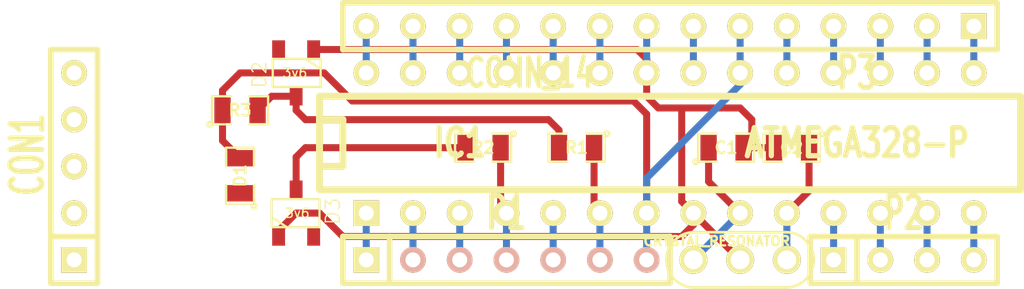
<source format=kicad_pcb>
(kicad_pcb (version 3) (host pcbnew "(2013-dec-23)-stable")

  (general
    (links 47)
    (no_connects 4)
    (area 0 0 0 0)
    (thickness 1.6)
    (drawings 0)
    (tracks 81)
    (zones 0)
    (modules 14)
    (nets 30)
  )

  (page A3)
  (layers
    (15 F.Cu signal)
    (0 B.Cu signal)
    (16 B.Adhes user)
    (17 F.Adhes user)
    (18 B.Paste user)
    (19 F.Paste user)
    (20 B.SilkS user)
    (21 F.SilkS user)
    (22 B.Mask user)
    (23 F.Mask user)
    (24 Dwgs.User user)
    (25 Cmts.User user)
    (26 Eco1.User user)
    (27 Eco2.User user)
    (28 Edge.Cuts user)
  )

  (setup
    (last_trace_width 0.381)
    (trace_clearance 0.3048)
    (zone_clearance 0.508)
    (zone_45_only no)
    (trace_min 0.254)
    (segment_width 0.2)
    (edge_width 0.1)
    (via_size 0.889)
    (via_drill 0.635)
    (via_min_size 0.889)
    (via_min_drill 0.508)
    (uvia_size 0.508)
    (uvia_drill 0.127)
    (uvias_allowed no)
    (uvia_min_size 0.508)
    (uvia_min_drill 0.127)
    (pcb_text_width 0.3)
    (pcb_text_size 1.5 1.5)
    (mod_edge_width 0.15)
    (mod_text_size 1 1)
    (mod_text_width 0.15)
    (pad_size 0.70104 1.00076)
    (pad_drill 0)
    (pad_to_mask_clearance 0)
    (aux_axis_origin 0 0)
    (visible_elements FFFFFFBF)
    (pcbplotparams
      (layerselection 3178497)
      (usegerberextensions true)
      (excludeedgelayer true)
      (linewidth 0.150000)
      (plotframeref false)
      (viasonmask false)
      (mode 1)
      (useauxorigin false)
      (hpglpennumber 1)
      (hpglpenspeed 20)
      (hpglpendiameter 15)
      (hpglpenoverlay 2)
      (psnegative false)
      (psa4output false)
      (plotreference true)
      (plotvalue true)
      (plotothertext true)
      (plotinvisibletext false)
      (padsonsilk false)
      (subtractmaskfromsilk false)
      (outputformat 1)
      (mirror false)
      (drillshape 1)
      (scaleselection 1)
      (outputdirectory ""))
  )

  (net 0 "")
  (net 1 /1)
  (net 2 /10)
  (net 3 /11)
  (net 4 /12)
  (net 5 /13)
  (net 6 /14)
  (net 7 /15)
  (net 8 /16)
  (net 9 /17)
  (net 10 /18)
  (net 11 /19)
  (net 12 /2)
  (net 13 /21)
  (net 14 /23)
  (net 15 /24)
  (net 16 /25)
  (net 17 /26)
  (net 18 /27)
  (net 19 /28)
  (net 20 /3)
  (net 21 /4)
  (net 22 /5)
  (net 23 /6)
  (net 24 /9)
  (net 25 /D+)
  (net 26 /D-)
  (net 27 /VBUS)
  (net 28 GND)
  (net 29 VCC)

  (net_class Default "This is the default net class."
    (clearance 0.3048)
    (trace_width 0.381)
    (via_dia 0.889)
    (via_drill 0.635)
    (uvia_dia 0.508)
    (uvia_drill 0.127)
    (add_net "")
    (add_net /1)
    (add_net /10)
    (add_net /11)
    (add_net /12)
    (add_net /13)
    (add_net /14)
    (add_net /15)
    (add_net /16)
    (add_net /17)
    (add_net /18)
    (add_net /19)
    (add_net /2)
    (add_net /21)
    (add_net /23)
    (add_net /24)
    (add_net /25)
    (add_net /26)
    (add_net /27)
    (add_net /28)
    (add_net /3)
    (add_net /4)
    (add_net /5)
    (add_net /6)
    (add_net /9)
    (add_net /D+)
    (add_net /D-)
    (add_net /VBUS)
    (add_net GND)
    (add_net VCC)
  )

  (module SOT23 (layer F.Cu) (tedit 537EAA7A) (tstamp 537EB3D4)
    (at 33.02 35.56)
    (tags SOT23)
    (path /537EA3C3)
    (fp_text reference D3 (at 1.99898 -0.09906 90) (layer F.SilkS)
      (effects (font (size 0.762 0.762) (thickness 0.0762)))
    )
    (fp_text value 3v6 (at 0.0635 0) (layer F.SilkS)
      (effects (font (size 0.50038 0.50038) (thickness 0.0762)))
    )
    (fp_line (start -0.508 0.762) (end -1.27 0.254) (layer F.SilkS) (width 0.127))
    (fp_line (start 1.27 0.762) (end -1.3335 0.762) (layer F.SilkS) (width 0.127))
    (fp_line (start -1.3335 0.762) (end -1.3335 -0.762) (layer F.SilkS) (width 0.127))
    (fp_line (start -1.3335 -0.762) (end 1.27 -0.762) (layer F.SilkS) (width 0.127))
    (fp_line (start 1.27 -0.762) (end 1.27 0.762) (layer F.SilkS) (width 0.127))
    (pad 2 smd rect (at 0 -1.27) (size 0.70104 1.00076)
      (layers F.Cu F.Paste F.Mask)
      (net 25 /D+)
    )
    (pad 3 smd rect (at 0.9525 1.27) (size 0.70104 1.00076)
      (layers F.Cu F.Paste F.Mask)
    )
    (pad 1 smd rect (at -0.9525 1.27) (size 0.70104 1.00076)
      (layers F.Cu F.Paste F.Mask)
      (net 28 GND)
    )
    (model smd/SOT23_6.wrl
      (at (xyz 0 0 0))
      (scale (xyz 0.11 0.11 0.11))
      (rotate (xyz 0 0 -180))
    )
  )

  (module SOT23 (layer F.Cu) (tedit 537EAA65) (tstamp 537EB3C8)
    (at 33.02 27.94 180)
    (tags SOT23)
    (path /537EA3B6)
    (fp_text reference D2 (at 1.99898 -0.09906 270) (layer F.SilkS)
      (effects (font (size 0.762 0.762) (thickness 0.0762)))
    )
    (fp_text value 3v6 (at 0.0635 0 180) (layer F.SilkS)
      (effects (font (size 0.50038 0.50038) (thickness 0.0762)))
    )
    (fp_line (start -0.508 0.762) (end -1.27 0.254) (layer F.SilkS) (width 0.127))
    (fp_line (start 1.27 0.762) (end -1.3335 0.762) (layer F.SilkS) (width 0.127))
    (fp_line (start -1.3335 0.762) (end -1.3335 -0.762) (layer F.SilkS) (width 0.127))
    (fp_line (start -1.3335 -0.762) (end 1.27 -0.762) (layer F.SilkS) (width 0.127))
    (fp_line (start 1.27 -0.762) (end 1.27 0.762) (layer F.SilkS) (width 0.127))
    (pad 2 smd rect (at 0 -1.27 180) (size 0.70104 1.00076)
      (layers F.Cu F.Paste F.Mask)
      (net 26 /D-)
    )
    (pad 3 smd rect (at 0.9525 1.27 180) (size 0.70104 1.00076)
      (layers F.Cu F.Paste F.Mask)
    )
    (pad 1 smd rect (at -0.9525 1.27 180) (size 0.70104 1.00076)
      (layers F.Cu F.Paste F.Mask)
      (net 28 GND)
    )
    (model smd/SOT23_6.wrl
      (at (xyz 0 0 0))
      (scale (xyz 0.11 0.11 0.11))
      (rotate (xyz 0 0 -180))
    )
  )

  (module SM0805 (layer F.Cu) (tedit 42806E04) (tstamp 537EB3E1)
    (at 29.972 33.528 90)
    (path /537EA391)
    (attr smd)
    (fp_text reference D1 (at 0 0 90) (layer F.SilkS)
      (effects (font (size 0.635 0.635) (thickness 0.127)))
    )
    (fp_text value DIODE (at 0 0 90) (layer F.SilkS) hide
      (effects (font (size 0.635 0.635) (thickness 0.127)))
    )
    (fp_circle (center -1.651 0.762) (end -1.651 0.635) (layer F.SilkS) (width 0.127))
    (fp_line (start -0.508 0.762) (end -1.524 0.762) (layer F.SilkS) (width 0.127))
    (fp_line (start -1.524 0.762) (end -1.524 -0.762) (layer F.SilkS) (width 0.127))
    (fp_line (start -1.524 -0.762) (end -0.508 -0.762) (layer F.SilkS) (width 0.127))
    (fp_line (start 0.508 -0.762) (end 1.524 -0.762) (layer F.SilkS) (width 0.127))
    (fp_line (start 1.524 -0.762) (end 1.524 0.762) (layer F.SilkS) (width 0.127))
    (fp_line (start 1.524 0.762) (end 0.508 0.762) (layer F.SilkS) (width 0.127))
    (pad 1 smd rect (at -0.9525 0 90) (size 0.889 1.397)
      (layers F.Cu F.Paste F.Mask)
      (net 27 /VBUS)
    )
    (pad 2 smd rect (at 0.9525 0 90) (size 0.889 1.397)
      (layers F.Cu F.Paste F.Mask)
      (net 29 VCC)
    )
    (model smd/chip_cms.wrl
      (at (xyz 0 0 0))
      (scale (xyz 0.1 0.1 0.1))
      (rotate (xyz 0 0 0))
    )
  )

  (module SM0805 (layer F.Cu) (tedit 42806E04) (tstamp 537EB3EE)
    (at 48.26 32.004 180)
    (path /537EA3F3)
    (attr smd)
    (fp_text reference R1 (at 0 0 180) (layer F.SilkS)
      (effects (font (size 0.635 0.635) (thickness 0.127)))
    )
    (fp_text value 68 (at 0 0 180) (layer F.SilkS) hide
      (effects (font (size 0.635 0.635) (thickness 0.127)))
    )
    (fp_circle (center -1.651 0.762) (end -1.651 0.635) (layer F.SilkS) (width 0.127))
    (fp_line (start -0.508 0.762) (end -1.524 0.762) (layer F.SilkS) (width 0.127))
    (fp_line (start -1.524 0.762) (end -1.524 -0.762) (layer F.SilkS) (width 0.127))
    (fp_line (start -1.524 -0.762) (end -0.508 -0.762) (layer F.SilkS) (width 0.127))
    (fp_line (start 0.508 -0.762) (end 1.524 -0.762) (layer F.SilkS) (width 0.127))
    (fp_line (start 1.524 -0.762) (end 1.524 0.762) (layer F.SilkS) (width 0.127))
    (fp_line (start 1.524 0.762) (end 0.508 0.762) (layer F.SilkS) (width 0.127))
    (pad 1 smd rect (at -0.9525 0 180) (size 0.889 1.397)
      (layers F.Cu F.Paste F.Mask)
      (net 23 /6)
    )
    (pad 2 smd rect (at 0.9525 0 180) (size 0.889 1.397)
      (layers F.Cu F.Paste F.Mask)
      (net 26 /D-)
    )
    (model smd/chip_cms.wrl
      (at (xyz 0 0 0))
      (scale (xyz 0.1 0.1 0.1))
      (rotate (xyz 0 0 0))
    )
  )

  (module SM0805 (layer F.Cu) (tedit 42806E04) (tstamp 537EB3FB)
    (at 43.18 32.004 180)
    (path /537EA40F)
    (attr smd)
    (fp_text reference R2 (at 0 0 180) (layer F.SilkS)
      (effects (font (size 0.635 0.635) (thickness 0.127)))
    )
    (fp_text value 68 (at 0 0 180) (layer F.SilkS) hide
      (effects (font (size 0.635 0.635) (thickness 0.127)))
    )
    (fp_circle (center -1.651 0.762) (end -1.651 0.635) (layer F.SilkS) (width 0.127))
    (fp_line (start -0.508 0.762) (end -1.524 0.762) (layer F.SilkS) (width 0.127))
    (fp_line (start -1.524 0.762) (end -1.524 -0.762) (layer F.SilkS) (width 0.127))
    (fp_line (start -1.524 -0.762) (end -0.508 -0.762) (layer F.SilkS) (width 0.127))
    (fp_line (start 0.508 -0.762) (end 1.524 -0.762) (layer F.SilkS) (width 0.127))
    (fp_line (start 1.524 -0.762) (end 1.524 0.762) (layer F.SilkS) (width 0.127))
    (fp_line (start 1.524 0.762) (end 0.508 0.762) (layer F.SilkS) (width 0.127))
    (pad 1 smd rect (at -0.9525 0 180) (size 0.889 1.397)
      (layers F.Cu F.Paste F.Mask)
      (net 21 /4)
    )
    (pad 2 smd rect (at 0.9525 0 180) (size 0.889 1.397)
      (layers F.Cu F.Paste F.Mask)
      (net 25 /D+)
    )
    (model smd/chip_cms.wrl
      (at (xyz 0 0 0))
      (scale (xyz 0.1 0.1 0.1))
      (rotate (xyz 0 0 0))
    )
  )

  (module SM0805 (layer F.Cu) (tedit 42806E04) (tstamp 537EB408)
    (at 29.972 29.972)
    (path /537EA428)
    (attr smd)
    (fp_text reference R3 (at 0 0) (layer F.SilkS)
      (effects (font (size 0.635 0.635) (thickness 0.127)))
    )
    (fp_text value R (at 0 0) (layer F.SilkS) hide
      (effects (font (size 0.635 0.635) (thickness 0.127)))
    )
    (fp_circle (center -1.651 0.762) (end -1.651 0.635) (layer F.SilkS) (width 0.127))
    (fp_line (start -0.508 0.762) (end -1.524 0.762) (layer F.SilkS) (width 0.127))
    (fp_line (start -1.524 0.762) (end -1.524 -0.762) (layer F.SilkS) (width 0.127))
    (fp_line (start -1.524 -0.762) (end -0.508 -0.762) (layer F.SilkS) (width 0.127))
    (fp_line (start 0.508 -0.762) (end 1.524 -0.762) (layer F.SilkS) (width 0.127))
    (fp_line (start 1.524 -0.762) (end 1.524 0.762) (layer F.SilkS) (width 0.127))
    (fp_line (start 1.524 0.762) (end 0.508 0.762) (layer F.SilkS) (width 0.127))
    (pad 1 smd rect (at -0.9525 0) (size 0.889 1.397)
      (layers F.Cu F.Paste F.Mask)
      (net 29 VCC)
    )
    (pad 2 smd rect (at 0.9525 0) (size 0.889 1.397)
      (layers F.Cu F.Paste F.Mask)
      (net 26 /D-)
    )
    (model smd/chip_cms.wrl
      (at (xyz 0 0 0))
      (scale (xyz 0.1 0.1 0.1))
      (rotate (xyz 0 0 0))
    )
  )

  (module DIP-28__300 (layer F.Cu) (tedit 200000) (tstamp 537EB45B)
    (at 53.34 31.75)
    (descr "28 pins DIL package, round pads, width 300mil")
    (tags DIL)
    (path /537EA326)
    (fp_text reference IC1 (at -11.43 0) (layer F.SilkS)
      (effects (font (size 1.524 1.143) (thickness 0.3048)))
    )
    (fp_text value ATMEGA328-P (at 10.16 0) (layer F.SilkS)
      (effects (font (size 1.524 1.143) (thickness 0.3048)))
    )
    (fp_line (start -19.05 -2.54) (end 19.05 -2.54) (layer F.SilkS) (width 0.381))
    (fp_line (start 19.05 -2.54) (end 19.05 2.54) (layer F.SilkS) (width 0.381))
    (fp_line (start 19.05 2.54) (end -19.05 2.54) (layer F.SilkS) (width 0.381))
    (fp_line (start -19.05 2.54) (end -19.05 -2.54) (layer F.SilkS) (width 0.381))
    (fp_line (start -19.05 -1.27) (end -17.78 -1.27) (layer F.SilkS) (width 0.381))
    (fp_line (start -17.78 -1.27) (end -17.78 1.27) (layer F.SilkS) (width 0.381))
    (fp_line (start -17.78 1.27) (end -19.05 1.27) (layer F.SilkS) (width 0.381))
    (pad 2 thru_hole circle (at -13.97 3.81) (size 1.397 1.397) (drill 0.8128)
      (layers *.Cu *.Mask F.SilkS)
      (net 12 /2)
    )
    (pad 3 thru_hole circle (at -11.43 3.81) (size 1.397 1.397) (drill 0.8128)
      (layers *.Cu *.Mask F.SilkS)
      (net 20 /3)
    )
    (pad 4 thru_hole circle (at -8.89 3.81) (size 1.397 1.397) (drill 0.8128)
      (layers *.Cu *.Mask F.SilkS)
      (net 21 /4)
    )
    (pad 5 thru_hole circle (at -6.35 3.81) (size 1.397 1.397) (drill 0.8128)
      (layers *.Cu *.Mask F.SilkS)
      (net 22 /5)
    )
    (pad 6 thru_hole circle (at -3.81 3.81) (size 1.397 1.397) (drill 0.8128)
      (layers *.Cu *.Mask F.SilkS)
      (net 23 /6)
    )
    (pad 7 thru_hole circle (at -1.27 3.81) (size 1.397 1.397) (drill 0.8128)
      (layers *.Cu *.Mask F.SilkS)
      (net 29 VCC)
    )
    (pad 8 thru_hole circle (at 1.27 3.81) (size 1.397 1.397) (drill 0.8128)
      (layers *.Cu *.Mask F.SilkS)
      (net 28 GND)
    )
    (pad 9 thru_hole circle (at 3.81 3.81) (size 1.397 1.397) (drill 0.8128)
      (layers *.Cu *.Mask F.SilkS)
      (net 24 /9)
    )
    (pad 10 thru_hole circle (at 6.35 3.81) (size 1.397 1.397) (drill 0.8128)
      (layers *.Cu *.Mask F.SilkS)
      (net 2 /10)
    )
    (pad 11 thru_hole circle (at 8.89 3.81) (size 1.397 1.397) (drill 0.8128)
      (layers *.Cu *.Mask F.SilkS)
      (net 3 /11)
    )
    (pad 12 thru_hole circle (at 11.43 3.81) (size 1.397 1.397) (drill 0.8128)
      (layers *.Cu *.Mask F.SilkS)
      (net 4 /12)
    )
    (pad 13 thru_hole circle (at 13.97 3.81) (size 1.397 1.397) (drill 0.8128)
      (layers *.Cu *.Mask F.SilkS)
      (net 5 /13)
    )
    (pad 14 thru_hole circle (at 16.51 3.81) (size 1.397 1.397) (drill 0.8128)
      (layers *.Cu *.Mask F.SilkS)
      (net 6 /14)
    )
    (pad 1 thru_hole rect (at -16.51 3.81) (size 1.397 1.397) (drill 0.8128)
      (layers *.Cu *.Mask F.SilkS)
      (net 1 /1)
    )
    (pad 15 thru_hole circle (at 16.51 -3.81) (size 1.397 1.397) (drill 0.8128)
      (layers *.Cu *.Mask F.SilkS)
      (net 7 /15)
    )
    (pad 16 thru_hole circle (at 13.97 -3.81) (size 1.397 1.397) (drill 0.8128)
      (layers *.Cu *.Mask F.SilkS)
      (net 8 /16)
    )
    (pad 17 thru_hole circle (at 11.43 -3.81) (size 1.397 1.397) (drill 0.8128)
      (layers *.Cu *.Mask F.SilkS)
      (net 9 /17)
    )
    (pad 18 thru_hole circle (at 8.89 -3.81) (size 1.397 1.397) (drill 0.8128)
      (layers *.Cu *.Mask F.SilkS)
      (net 10 /18)
    )
    (pad 19 thru_hole circle (at 6.35 -3.81) (size 1.397 1.397) (drill 0.8128)
      (layers *.Cu *.Mask F.SilkS)
      (net 11 /19)
    )
    (pad 20 thru_hole circle (at 3.81 -3.81) (size 1.397 1.397) (drill 0.8128)
      (layers *.Cu *.Mask F.SilkS)
      (net 29 VCC)
    )
    (pad 21 thru_hole circle (at 1.27 -3.81) (size 1.397 1.397) (drill 0.8128)
      (layers *.Cu *.Mask F.SilkS)
      (net 13 /21)
    )
    (pad 22 thru_hole circle (at -1.27 -3.81) (size 1.397 1.397) (drill 0.8128)
      (layers *.Cu *.Mask F.SilkS)
      (net 28 GND)
    )
    (pad 23 thru_hole circle (at -3.81 -3.81) (size 1.397 1.397) (drill 0.8128)
      (layers *.Cu *.Mask F.SilkS)
      (net 14 /23)
    )
    (pad 24 thru_hole circle (at -6.35 -3.81) (size 1.397 1.397) (drill 0.8128)
      (layers *.Cu *.Mask F.SilkS)
      (net 15 /24)
    )
    (pad 25 thru_hole circle (at -8.89 -3.81) (size 1.397 1.397) (drill 0.8128)
      (layers *.Cu *.Mask F.SilkS)
      (net 16 /25)
    )
    (pad 26 thru_hole circle (at -11.43 -3.81) (size 1.397 1.397) (drill 0.8128)
      (layers *.Cu *.Mask F.SilkS)
      (net 17 /26)
    )
    (pad 27 thru_hole circle (at -13.97 -3.81) (size 1.397 1.397) (drill 0.8128)
      (layers *.Cu *.Mask F.SilkS)
      (net 18 /27)
    )
    (pad 28 thru_hole circle (at -16.51 -3.81) (size 1.397 1.397) (drill 0.8128)
      (layers *.Cu *.Mask F.SilkS)
      (net 19 /28)
    )
    (model dil/dil_28-w300.wrl
      (at (xyz 0 0 0))
      (scale (xyz 1 1 1))
      (rotate (xyz 0 0 0))
    )
  )

  (module SM0805 (layer F.Cu) (tedit 42806E04) (tstamp 537EB6A0)
    (at 56.388 32.004)
    (path /537EB8B0)
    (attr smd)
    (fp_text reference C1 (at 0 0) (layer F.SilkS)
      (effects (font (size 0.635 0.635) (thickness 0.127)))
    )
    (fp_text value 20pF (at 0 0) (layer F.SilkS) hide
      (effects (font (size 0.635 0.635) (thickness 0.127)))
    )
    (fp_circle (center -1.651 0.762) (end -1.651 0.635) (layer F.SilkS) (width 0.127))
    (fp_line (start -0.508 0.762) (end -1.524 0.762) (layer F.SilkS) (width 0.127))
    (fp_line (start -1.524 0.762) (end -1.524 -0.762) (layer F.SilkS) (width 0.127))
    (fp_line (start -1.524 -0.762) (end -0.508 -0.762) (layer F.SilkS) (width 0.127))
    (fp_line (start 0.508 -0.762) (end 1.524 -0.762) (layer F.SilkS) (width 0.127))
    (fp_line (start 1.524 -0.762) (end 1.524 0.762) (layer F.SilkS) (width 0.127))
    (fp_line (start 1.524 0.762) (end 0.508 0.762) (layer F.SilkS) (width 0.127))
    (pad 1 smd rect (at -0.9525 0) (size 0.889 1.397)
      (layers F.Cu F.Paste F.Mask)
      (net 24 /9)
    )
    (pad 2 smd rect (at 0.9525 0) (size 0.889 1.397)
      (layers F.Cu F.Paste F.Mask)
      (net 28 GND)
    )
    (model smd/chip_cms.wrl
      (at (xyz 0 0 0))
      (scale (xyz 0.1 0.1 0.1))
      (rotate (xyz 0 0 0))
    )
  )

  (module SM0805 (layer F.Cu) (tedit 42806E04) (tstamp 537EB6AD)
    (at 59.944 32.004 180)
    (path /537EB8D0)
    (attr smd)
    (fp_text reference C2 (at 0 0 180) (layer F.SilkS)
      (effects (font (size 0.635 0.635) (thickness 0.127)))
    )
    (fp_text value 20pF (at 0 0 180) (layer F.SilkS) hide
      (effects (font (size 0.635 0.635) (thickness 0.127)))
    )
    (fp_circle (center -1.651 0.762) (end -1.651 0.635) (layer F.SilkS) (width 0.127))
    (fp_line (start -0.508 0.762) (end -1.524 0.762) (layer F.SilkS) (width 0.127))
    (fp_line (start -1.524 0.762) (end -1.524 -0.762) (layer F.SilkS) (width 0.127))
    (fp_line (start -1.524 -0.762) (end -0.508 -0.762) (layer F.SilkS) (width 0.127))
    (fp_line (start 0.508 -0.762) (end 1.524 -0.762) (layer F.SilkS) (width 0.127))
    (fp_line (start 1.524 -0.762) (end 1.524 0.762) (layer F.SilkS) (width 0.127))
    (fp_line (start 1.524 0.762) (end 0.508 0.762) (layer F.SilkS) (width 0.127))
    (pad 1 smd rect (at -0.9525 0 180) (size 0.889 1.397)
      (layers F.Cu F.Paste F.Mask)
      (net 2 /10)
    )
    (pad 2 smd rect (at 0.9525 0 180) (size 0.889 1.397)
      (layers F.Cu F.Paste F.Mask)
      (net 28 GND)
    )
    (model smd/chip_cms.wrl
      (at (xyz 0 0 0))
      (scale (xyz 0.1 0.1 0.1))
      (rotate (xyz 0 0 0))
    )
  )

  (module CRYSTAL_RESONATOR (layer F.Cu) (tedit 535DBA6F) (tstamp 537EB6B8)
    (at 57.15 38.1)
    (tags "XTAL RESONATOR")
    (path /537EB54A)
    (fp_text reference X1 (at 0.254 -2.159) (layer F.SilkS) hide
      (effects (font (size 1.016 1.016) (thickness 0.1524)))
    )
    (fp_text value CRYSTAL_RESONATOR (at -1.27 -1.016) (layer F.SilkS)
      (effects (font (size 0.508 0.508) (thickness 0.127)))
    )
    (fp_line (start 2.5 1.5) (end -2.5 1.5) (layer F.SilkS) (width 0.15))
    (fp_line (start -2.5 -1.5) (end 2.5 -1.5) (layer F.SilkS) (width 0.15))
    (fp_arc (start 2.5 0) (end 2.5 -1.5) (angle 180) (layer F.SilkS) (width 0.15))
    (fp_arc (start -2.5 0) (end -2.5 1.5) (angle 180) (layer F.SilkS) (width 0.15))
    (pad 1 thru_hole circle (at -2.54 0) (size 1.524 1.524) (drill 1.016)
      (layers *.Cu *.Mask F.SilkS)
      (net 24 /9)
    )
    (pad 2 thru_hole circle (at 2.54 0) (size 1.524 1.524) (drill 1.016)
      (layers *.Cu *.Mask F.SilkS)
      (net 2 /10)
    )
    (pad 3 thru_hole circle (at 0 0) (size 1.524 1.524) (drill 1.016)
      (layers *.Cu *.Mask F.SilkS)
      (net 28 GND)
    )
    (model pin_array/pins_array_3x1.wrl
      (at (xyz 0 0 0))
      (scale (xyz 1 1 1))
      (rotate (xyz 0 0 0))
    )
  )

  (module SIL-7 (layer F.Cu) (tedit 200000) (tstamp 537EB6F3)
    (at 44.45 38.1)
    (descr "Connecteur 7 pins")
    (tags "CONN DEV")
    (path /537EBAE1)
    (fp_text reference P1 (at 0 -2.54) (layer F.SilkS)
      (effects (font (size 1.72974 1.08712) (thickness 0.3048)))
    )
    (fp_text value CONN_7 (at 0 -2.54) (layer F.SilkS) hide
      (effects (font (size 1.524 1.016) (thickness 0.3048)))
    )
    (fp_line (start -8.89 -1.27) (end -8.89 -1.27) (layer F.SilkS) (width 0.3048))
    (fp_line (start -8.89 -1.27) (end 8.89 -1.27) (layer F.SilkS) (width 0.3048))
    (fp_line (start 8.89 -1.27) (end 8.89 1.27) (layer F.SilkS) (width 0.3048))
    (fp_line (start 8.89 1.27) (end -8.89 1.27) (layer F.SilkS) (width 0.3048))
    (fp_line (start -8.89 1.27) (end -8.89 -1.27) (layer F.SilkS) (width 0.3048))
    (fp_line (start -6.35 1.27) (end -6.35 1.27) (layer F.SilkS) (width 0.3048))
    (fp_line (start -6.35 1.27) (end -6.35 -1.27) (layer F.SilkS) (width 0.3048))
    (pad 1 thru_hole rect (at -7.62 0) (size 1.397 1.397) (drill 0.8128)
      (layers *.Cu *.Mask F.SilkS)
      (net 1 /1)
    )
    (pad 2 thru_hole circle (at -5.08 0) (size 1.397 1.397) (drill 0.8128)
      (layers *.Cu *.SilkS *.Mask)
      (net 12 /2)
    )
    (pad 3 thru_hole circle (at -2.54 0) (size 1.397 1.397) (drill 0.8128)
      (layers *.Cu *.SilkS *.Mask)
      (net 20 /3)
    )
    (pad 4 thru_hole circle (at 0 0) (size 1.397 1.397) (drill 0.8128)
      (layers *.Cu *.SilkS *.Mask)
      (net 21 /4)
    )
    (pad 5 thru_hole circle (at 2.54 0) (size 1.397 1.397) (drill 0.8128)
      (layers *.Cu *.SilkS *.Mask)
      (net 22 /5)
    )
    (pad 6 thru_hole circle (at 5.08 0) (size 1.397 1.397) (drill 0.8128)
      (layers *.Cu *.SilkS *.Mask)
      (net 23 /6)
    )
    (pad 7 thru_hole circle (at 7.62 0) (size 1.397 1.397) (drill 0.8128)
      (layers *.Cu *.SilkS *.Mask)
      (net 29 VCC)
    )
  )

  (module SIL-4 (layer F.Cu) (tedit 200000) (tstamp 537EB702)
    (at 66.04 38.1)
    (descr "Connecteur 4 pibs")
    (tags "CONN DEV")
    (path /537EBAF0)
    (fp_text reference P2 (at 0 -2.54) (layer F.SilkS)
      (effects (font (size 1.73482 1.08712) (thickness 0.3048)))
    )
    (fp_text value CONN_4 (at 0 -2.54) (layer F.SilkS) hide
      (effects (font (size 1.524 1.016) (thickness 0.3048)))
    )
    (fp_line (start -5.08 -1.27) (end -5.08 -1.27) (layer F.SilkS) (width 0.3048))
    (fp_line (start -5.08 1.27) (end -5.08 -1.27) (layer F.SilkS) (width 0.3048))
    (fp_line (start -5.08 -1.27) (end -5.08 -1.27) (layer F.SilkS) (width 0.3048))
    (fp_line (start -5.08 -1.27) (end 5.08 -1.27) (layer F.SilkS) (width 0.3048))
    (fp_line (start 5.08 -1.27) (end 5.08 1.27) (layer F.SilkS) (width 0.3048))
    (fp_line (start 5.08 1.27) (end -5.08 1.27) (layer F.SilkS) (width 0.3048))
    (fp_line (start -2.54 1.27) (end -2.54 -1.27) (layer F.SilkS) (width 0.3048))
    (pad 1 thru_hole rect (at -3.81 0) (size 1.397 1.397) (drill 0.8128)
      (layers *.Cu *.Mask F.SilkS)
      (net 3 /11)
    )
    (pad 2 thru_hole circle (at -1.27 0) (size 1.397 1.397) (drill 0.8128)
      (layers *.Cu *.Mask F.SilkS)
      (net 4 /12)
    )
    (pad 3 thru_hole circle (at 1.27 0) (size 1.397 1.397) (drill 0.8128)
      (layers *.Cu *.Mask F.SilkS)
      (net 5 /13)
    )
    (pad 4 thru_hole circle (at 3.81 0) (size 1.397 1.397) (drill 0.8128)
      (layers *.Cu *.Mask F.SilkS)
      (net 6 /14)
    )
  )

  (module SIL-14 (layer F.Cu) (tedit 200000) (tstamp 537EB718)
    (at 53.34 25.4 180)
    (descr "Connecteur 14 pins")
    (tags "CONN DEV")
    (path /537EAB79)
    (fp_text reference P3 (at -10.16 -2.54 180) (layer F.SilkS)
      (effects (font (size 1.72974 1.08712) (thickness 0.3048)))
    )
    (fp_text value CONN_14 (at 7.62 -2.54 180) (layer F.SilkS)
      (effects (font (size 1.524 1.016) (thickness 0.3048)))
    )
    (fp_line (start -17.78 -1.27) (end 17.78 -1.27) (layer F.SilkS) (width 0.3048))
    (fp_line (start 17.78 -1.27) (end 17.78 1.27) (layer F.SilkS) (width 0.3048))
    (fp_line (start 17.78 1.27) (end -17.78 1.27) (layer F.SilkS) (width 0.3048))
    (fp_line (start -17.78 1.27) (end -17.78 -1.27) (layer F.SilkS) (width 0.3048))
    (pad 1 thru_hole rect (at -16.51 0 180) (size 1.397 1.397) (drill 0.8128)
      (layers *.Cu *.Mask F.SilkS)
      (net 7 /15)
    )
    (pad 2 thru_hole circle (at -13.97 0 180) (size 1.397 1.397) (drill 0.8128)
      (layers *.Cu *.Mask F.SilkS)
      (net 8 /16)
    )
    (pad 3 thru_hole circle (at -11.43 0 180) (size 1.397 1.397) (drill 0.8128)
      (layers *.Cu *.Mask F.SilkS)
      (net 9 /17)
    )
    (pad 4 thru_hole circle (at -8.89 0 180) (size 1.397 1.397) (drill 0.8128)
      (layers *.Cu *.Mask F.SilkS)
      (net 10 /18)
    )
    (pad 5 thru_hole circle (at -6.35 0 180) (size 1.397 1.397) (drill 0.8128)
      (layers *.Cu *.Mask F.SilkS)
      (net 11 /19)
    )
    (pad 6 thru_hole circle (at -3.81 0 180) (size 1.397 1.397) (drill 0.8128)
      (layers *.Cu *.Mask F.SilkS)
      (net 29 VCC)
    )
    (pad 7 thru_hole circle (at -1.27 0 180) (size 1.397 1.397) (drill 0.8128)
      (layers *.Cu *.Mask F.SilkS)
      (net 13 /21)
    )
    (pad 8 thru_hole circle (at 1.27 0 180) (size 1.397 1.397) (drill 0.8128)
      (layers *.Cu *.Mask F.SilkS)
      (net 28 GND)
    )
    (pad 9 thru_hole circle (at 3.81 0 180) (size 1.397 1.397) (drill 0.8128)
      (layers *.Cu *.Mask F.SilkS)
      (net 14 /23)
    )
    (pad 10 thru_hole circle (at 6.35 0 180) (size 1.397 1.397) (drill 0.8128)
      (layers *.Cu *.Mask F.SilkS)
      (net 15 /24)
    )
    (pad 11 thru_hole circle (at 8.89 0 180) (size 1.397 1.397) (drill 0.8128)
      (layers *.Cu *.Mask F.SilkS)
      (net 16 /25)
    )
    (pad 12 thru_hole circle (at 11.43 0 180) (size 1.397 1.397) (drill 0.8128)
      (layers *.Cu *.Mask F.SilkS)
      (net 17 /26)
    )
    (pad 13 thru_hole circle (at 13.97 0 180) (size 1.397 1.397) (drill 0.8128)
      (layers *.Cu *.Mask F.SilkS)
      (net 18 /27)
    )
    (pad 14 thru_hole circle (at 16.51 0 180) (size 1.397 1.397) (drill 0.8128)
      (layers *.Cu *.Mask F.SilkS)
      (net 19 /28)
    )
  )

  (module SIL-5 (layer F.Cu) (tedit 200000) (tstamp 537EB793)
    (at 20.955 31.75 90)
    (descr "Connecteur 5 pins")
    (tags "CONN DEV")
    (path /537EA35B)
    (fp_text reference CON1 (at -0.635 -2.54 90) (layer F.SilkS)
      (effects (font (size 1.72974 1.08712) (thickness 0.3048)))
    )
    (fp_text value USB-MINI-B (at 0 -2.54 90) (layer F.SilkS) hide
      (effects (font (size 1.524 1.016) (thickness 0.3048)))
    )
    (fp_line (start -7.62 1.27) (end -7.62 -1.27) (layer F.SilkS) (width 0.3048))
    (fp_line (start -7.62 -1.27) (end 5.08 -1.27) (layer F.SilkS) (width 0.3048))
    (fp_line (start 5.08 -1.27) (end 5.08 1.27) (layer F.SilkS) (width 0.3048))
    (fp_line (start 5.08 1.27) (end -7.62 1.27) (layer F.SilkS) (width 0.3048))
    (fp_line (start -5.08 1.27) (end -5.08 -1.27) (layer F.SilkS) (width 0.3048))
    (pad 1 thru_hole rect (at -6.35 0 90) (size 1.397 1.397) (drill 0.8128)
      (layers *.Cu *.Mask F.SilkS)
      (net 27 /VBUS)
    )
    (pad 2 thru_hole circle (at -3.81 0 90) (size 1.397 1.397) (drill 0.8128)
      (layers *.Cu *.Mask F.SilkS)
      (net 26 /D-)
    )
    (pad 3 thru_hole circle (at -1.27 0 90) (size 1.397 1.397) (drill 0.8128)
      (layers *.Cu *.Mask F.SilkS)
      (net 25 /D+)
    )
    (pad 4 thru_hole circle (at 1.27 0 90) (size 1.397 1.397) (drill 0.8128)
      (layers *.Cu *.Mask F.SilkS)
    )
    (pad 5 thru_hole circle (at 3.81 0 90) (size 1.397 1.397) (drill 0.8128)
      (layers *.Cu *.Mask F.SilkS)
      (net 28 GND)
    )
  )

  (segment (start 36.83 38.1) (end 36.83 35.56) (width 0.381) (layer B.Cu) (net 1))
  (segment (start 60.8965 32.004) (end 60.8965 34.3535) (width 0.381) (layer F.Cu) (net 2))
  (segment (start 60.8965 34.3535) (end 59.69 35.56) (width 0.381) (layer F.Cu) (net 2) (tstamp 537EBA11))
  (segment (start 59.69 35.56) (end 59.69 38.1) (width 0.381) (layer B.Cu) (net 2))
  (segment (start 62.23 35.56) (end 62.23 38.1) (width 0.381) (layer B.Cu) (net 3))
  (segment (start 64.77 38.1) (end 64.77 35.56) (width 0.381) (layer B.Cu) (net 4))
  (segment (start 67.31 35.56) (end 67.31 38.1) (width 0.381) (layer B.Cu) (net 5))
  (segment (start 69.85 38.1) (end 69.85 35.56) (width 0.381) (layer B.Cu) (net 6))
  (segment (start 69.85 27.94) (end 69.85 25.4) (width 0.381) (layer B.Cu) (net 7))
  (segment (start 67.31 25.4) (end 67.31 27.94) (width 0.381) (layer B.Cu) (net 8))
  (segment (start 64.77 27.94) (end 64.77 25.4) (width 0.381) (layer B.Cu) (net 9))
  (segment (start 62.23 25.4) (end 62.23 27.94) (width 0.381) (layer B.Cu) (net 10))
  (segment (start 59.69 27.94) (end 59.69 25.4) (width 0.381) (layer B.Cu) (net 11))
  (segment (start 39.37 35.56) (end 39.37 38.1) (width 0.381) (layer B.Cu) (net 12))
  (segment (start 54.61 27.94) (end 54.61 25.4) (width 0.381) (layer B.Cu) (net 13))
  (segment (start 49.53 27.94) (end 49.53 25.4) (width 0.381) (layer B.Cu) (net 14))
  (segment (start 46.99 25.4) (end 46.99 27.94) (width 0.381) (layer B.Cu) (net 15))
  (segment (start 44.45 27.94) (end 44.45 25.4) (width 0.381) (layer B.Cu) (net 16))
  (segment (start 41.91 25.4) (end 41.91 27.94) (width 0.381) (layer B.Cu) (net 17))
  (segment (start 39.37 27.94) (end 39.37 25.4) (width 0.381) (layer B.Cu) (net 18))
  (segment (start 36.83 25.4) (end 36.83 27.94) (width 0.381) (layer B.Cu) (net 19))
  (segment (start 41.91 38.1) (end 41.91 35.56) (width 0.381) (layer B.Cu) (net 20))
  (segment (start 44.1325 32.004) (end 44.1325 35.2425) (width 0.381) (layer F.Cu) (net 21))
  (segment (start 44.1325 35.2425) (end 44.45 35.56) (width 0.381) (layer F.Cu) (net 21) (tstamp 537EBA55))
  (segment (start 44.45 35.56) (end 44.45 38.1) (width 0.381) (layer B.Cu) (net 21))
  (segment (start 46.99 35.56) (end 46.99 38.1) (width 0.381) (layer B.Cu) (net 22))
  (segment (start 49.2125 32.004) (end 49.2125 35.2425) (width 0.381) (layer F.Cu) (net 23))
  (segment (start 49.2125 35.2425) (end 49.53 35.56) (width 0.381) (layer F.Cu) (net 23) (tstamp 537EBA52))
  (segment (start 49.53 38.1) (end 49.53 35.56) (width 0.381) (layer B.Cu) (net 23))
  (segment (start 55.4355 32.004) (end 55.4355 33.8455) (width 0.381) (layer F.Cu) (net 24))
  (segment (start 55.4355 33.8455) (end 57.15 35.56) (width 0.381) (layer F.Cu) (net 24) (tstamp 537EBA0E))
  (segment (start 57.15 35.56) (end 54.61 38.1) (width 0.381) (layer B.Cu) (net 24))
  (segment (start 42.2275 32.004) (end 33.528 32.004) (width 0.381) (layer F.Cu) (net 25))
  (segment (start 33.02 32.512) (end 33.02 34.29) (width 0.381) (layer F.Cu) (net 25) (tstamp 537EBA7F))
  (segment (start 33.528 32.004) (end 33.02 32.512) (width 0.381) (layer F.Cu) (net 25) (tstamp 537EBA7E))
  (segment (start 33.02 29.21) (end 31.6865 29.21) (width 0.381) (layer F.Cu) (net 26) (status 400000))
  (segment (start 31.6865 29.21) (end 30.9245 29.972) (width 0.381) (layer F.Cu) (net 26) (tstamp 537EBAAD) (status 800000))
  (segment (start 47.3075 32.004) (end 47.3075 31.0515) (width 0.381) (layer F.Cu) (net 26))
  (segment (start 33.02 29.972) (end 33.02 29.21) (width 0.381) (layer F.Cu) (net 26) (tstamp 537EBA84))
  (segment (start 33.528 30.48) (end 33.02 29.972) (width 0.381) (layer F.Cu) (net 26) (tstamp 537EBA83))
  (segment (start 46.736 30.48) (end 33.528 30.48) (width 0.381) (layer F.Cu) (net 26) (tstamp 537EBA82))
  (segment (start 47.3075 31.0515) (end 46.736 30.48) (width 0.381) (layer F.Cu) (net 26) (tstamp 537EBA81))
  (segment (start 33.9725 26.67) (end 51.562 26.67) (width 0.381) (layer F.Cu) (net 28) (status 400000))
  (segment (start 51.562 26.67) (end 52.07 27.178) (width 0.381) (layer F.Cu) (net 28) (tstamp 537EBABF))
  (segment (start 52.07 27.178) (end 52.07 27.94) (width 0.381) (layer F.Cu) (net 28) (tstamp 537EBAC0) (status 800000))
  (segment (start 32.0675 36.83) (end 32.0675 36.5125) (width 0.381) (layer F.Cu) (net 28) (status C00000))
  (segment (start 54.61 36.195) (end 54.61 35.56) (width 0.381) (layer F.Cu) (net 28) (tstamp 537EBABD) (status C00000))
  (segment (start 53.975 36.83) (end 54.61 36.195) (width 0.381) (layer F.Cu) (net 28) (tstamp 537EBABC) (status 800000))
  (segment (start 35.56 36.83) (end 53.975 36.83) (width 0.381) (layer F.Cu) (net 28) (tstamp 537EBABB))
  (segment (start 34.29 35.56) (end 35.56 36.83) (width 0.381) (layer F.Cu) (net 28) (tstamp 537EBABA))
  (segment (start 33.02 35.56) (end 34.29 35.56) (width 0.381) (layer F.Cu) (net 28) (tstamp 537EBAB9))
  (segment (start 32.0675 36.5125) (end 33.02 35.56) (width 0.381) (layer F.Cu) (net 28) (tstamp 537EBAB8) (status 400000))
  (segment (start 52.07 27.178) (end 52.07 27.94) (width 0.381) (layer F.Cu) (net 28) (tstamp 537EBAB2) (status 800000))
  (segment (start 51.562 26.67) (end 52.07 27.178) (width 0.381) (layer F.Cu) (net 28) (tstamp 537EBAB1))
  (segment (start 54.61 35.56) (end 53.975 34.925) (width 0.381) (layer F.Cu) (net 28))
  (segment (start 53.975 34.925) (end 53.975 29.845) (width 0.381) (layer F.Cu) (net 28) (tstamp 537EBA1B))
  (segment (start 52.07 27.94) (end 52.07 29.21) (width 0.381) (layer F.Cu) (net 28))
  (segment (start 52.07 29.21) (end 52.705 29.845) (width 0.381) (layer F.Cu) (net 28) (tstamp 537EBA16))
  (segment (start 52.705 29.845) (end 53.975 29.845) (width 0.381) (layer F.Cu) (net 28) (tstamp 537EBA17))
  (segment (start 57.785 31.75) (end 57.3405 32.004) (width 0.381) (layer F.Cu) (net 28) (tstamp 537EBA1A))
  (segment (start 53.975 29.845) (end 57.15 29.845) (width 0.381) (layer F.Cu) (net 28) (tstamp 537EBA1E))
  (segment (start 57.15 29.845) (end 57.785 30.48) (width 0.381) (layer F.Cu) (net 28) (tstamp 537EBA18))
  (segment (start 57.785 30.48) (end 57.785 31.75) (width 0.381) (layer F.Cu) (net 28) (tstamp 537EBA19))
  (segment (start 57.3405 32.004) (end 58.9915 32.004) (width 0.381) (layer F.Cu) (net 28))
  (segment (start 54.61 35.56) (end 57.15 38.1) (width 0.381) (layer F.Cu) (net 28))
  (segment (start 52.07 25.4) (end 52.07 27.94) (width 0.381) (layer B.Cu) (net 28))
  (segment (start 50.165 29.464) (end 51.35413 29.464) (width 0.381) (layer F.Cu) (net 29))
  (segment (start 52.07 30.17987) (end 52.07 35.56) (width 0.381) (layer F.Cu) (net 29) (tstamp 537EBADD) (status 800000))
  (segment (start 51.35413 29.464) (end 52.07 30.17987) (width 0.381) (layer F.Cu) (net 29) (tstamp 537EBADC))
  (segment (start 29.0195 29.972) (end 29.0195 28.8925) (width 0.381) (layer F.Cu) (net 29) (status 400000))
  (segment (start 36.068 29.464) (end 50.165 29.464) (width 0.381) (layer F.Cu) (net 29) (tstamp 537EBAD3))
  (segment (start 34.544 27.94) (end 36.068 29.464) (width 0.381) (layer F.Cu) (net 29) (tstamp 537EBAD1))
  (segment (start 29.972 27.94) (end 34.544 27.94) (width 0.381) (layer F.Cu) (net 29) (tstamp 537EBAD0))
  (segment (start 29.0195 28.8925) (end 29.972 27.94) (width 0.381) (layer F.Cu) (net 29) (tstamp 537EBACF))
  (segment (start 29.0195 29.972) (end 29.0195 31.623) (width 0.381) (layer F.Cu) (net 29) (status 400000))
  (segment (start 29.0195 31.623) (end 29.972 32.5755) (width 0.381) (layer F.Cu) (net 29) (tstamp 537EBAAF) (status 800000))
  (segment (start 52.07 35.56) (end 52.07 33.655) (width 0.381) (layer B.Cu) (net 29))
  (segment (start 52.07 33.655) (end 57.15 28.575) (width 0.381) (layer B.Cu) (net 29) (tstamp 537EB831))
  (segment (start 57.15 28.575) (end 57.15 27.94) (width 0.381) (layer B.Cu) (net 29) (tstamp 537EB833))
  (segment (start 52.07 35.56) (end 52.07 38.1) (width 0.381) (layer B.Cu) (net 29))
  (segment (start 57.15 25.4) (end 57.15 27.94) (width 0.381) (layer B.Cu) (net 29))

)

</source>
